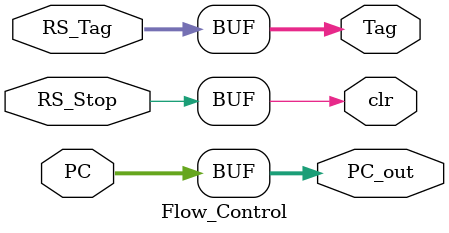
<source format=v>
module Flow_Control (
    //From RS
    input wire RS_Stop,
    input wire  [3:0] RS_Tag,
    input wire [31:0] PC,
    //Public
    output wire  clr,

    //TO Processor
    output wire [31:0] PC_out,
    //TO ROB
    output wire  [3:0] Tag
);
assign  clr=RS_Stop;
assign  Tag=RS_Tag;
assign  PC_out=PC;
endmodule
</source>
